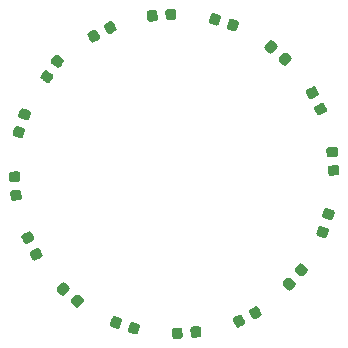
<source format=gbr>
G04 #@! TF.GenerationSoftware,KiCad,Pcbnew,(5.1.4)-1*
G04 #@! TF.CreationDate,2020-07-29T22:37:45-07:00*
G04 #@! TF.ProjectId,Kicad LED Rings_Circular_final_V2,4b696361-6420-44c4-9544-2052696e6773,rev?*
G04 #@! TF.SameCoordinates,Original*
G04 #@! TF.FileFunction,Paste,Bot*
G04 #@! TF.FilePolarity,Positive*
%FSLAX46Y46*%
G04 Gerber Fmt 4.6, Leading zero omitted, Abs format (unit mm)*
G04 Created by KiCad (PCBNEW (5.1.4)-1) date 2020-07-29 22:37:45*
%MOMM*%
%LPD*%
G04 APERTURE LIST*
%ADD10C,0.100000*%
%ADD11C,0.875000*%
G04 APERTURE END LIST*
D10*
G36*
X104646870Y-91967957D02*
G01*
X104668039Y-91971523D01*
X104688757Y-91977147D01*
X105104844Y-92112342D01*
X105124910Y-92119970D01*
X105144132Y-92129528D01*
X105162325Y-92140923D01*
X105179313Y-92154047D01*
X105194933Y-92168773D01*
X105209034Y-92184959D01*
X105221481Y-92202450D01*
X105232154Y-92221076D01*
X105240949Y-92240658D01*
X105247783Y-92261008D01*
X105252589Y-92281931D01*
X105255322Y-92303223D01*
X105255954Y-92324681D01*
X105254480Y-92346097D01*
X105250914Y-92367266D01*
X105245290Y-92387983D01*
X105086919Y-92875400D01*
X105079291Y-92895467D01*
X105069734Y-92914689D01*
X105058338Y-92932881D01*
X105045214Y-92949870D01*
X105030488Y-92965490D01*
X105014302Y-92979591D01*
X104996812Y-92992038D01*
X104978186Y-93002711D01*
X104958603Y-93011506D01*
X104938253Y-93018340D01*
X104917331Y-93023146D01*
X104896038Y-93025879D01*
X104874580Y-93026511D01*
X104853164Y-93025037D01*
X104831995Y-93021471D01*
X104811277Y-93015847D01*
X104395190Y-92880652D01*
X104375124Y-92873024D01*
X104355902Y-92863466D01*
X104337709Y-92852071D01*
X104320721Y-92838947D01*
X104305101Y-92824221D01*
X104291000Y-92808035D01*
X104278553Y-92790544D01*
X104267880Y-92771918D01*
X104259085Y-92752336D01*
X104252251Y-92731986D01*
X104247445Y-92711063D01*
X104244712Y-92689771D01*
X104244080Y-92668313D01*
X104245554Y-92646897D01*
X104249120Y-92625728D01*
X104254744Y-92605011D01*
X104413115Y-92117594D01*
X104420743Y-92097527D01*
X104430300Y-92078305D01*
X104441696Y-92060113D01*
X104454820Y-92043124D01*
X104469546Y-92027504D01*
X104485732Y-92013403D01*
X104503222Y-92000956D01*
X104521848Y-91990283D01*
X104541431Y-91981488D01*
X104561781Y-91974654D01*
X104582703Y-91969848D01*
X104603996Y-91967115D01*
X104625454Y-91966483D01*
X104646870Y-91967957D01*
X104646870Y-91967957D01*
G37*
D11*
X104750017Y-92496497D03*
D10*
G36*
X106144784Y-92454659D02*
G01*
X106165953Y-92458225D01*
X106186671Y-92463849D01*
X106602758Y-92599044D01*
X106622824Y-92606672D01*
X106642046Y-92616230D01*
X106660239Y-92627625D01*
X106677227Y-92640749D01*
X106692847Y-92655475D01*
X106706948Y-92671661D01*
X106719395Y-92689152D01*
X106730068Y-92707778D01*
X106738863Y-92727360D01*
X106745697Y-92747710D01*
X106750503Y-92768633D01*
X106753236Y-92789925D01*
X106753868Y-92811383D01*
X106752394Y-92832799D01*
X106748828Y-92853968D01*
X106743204Y-92874685D01*
X106584833Y-93362102D01*
X106577205Y-93382169D01*
X106567648Y-93401391D01*
X106556252Y-93419583D01*
X106543128Y-93436572D01*
X106528402Y-93452192D01*
X106512216Y-93466293D01*
X106494726Y-93478740D01*
X106476100Y-93489413D01*
X106456517Y-93498208D01*
X106436167Y-93505042D01*
X106415245Y-93509848D01*
X106393952Y-93512581D01*
X106372494Y-93513213D01*
X106351078Y-93511739D01*
X106329909Y-93508173D01*
X106309191Y-93502549D01*
X105893104Y-93367354D01*
X105873038Y-93359726D01*
X105853816Y-93350168D01*
X105835623Y-93338773D01*
X105818635Y-93325649D01*
X105803015Y-93310923D01*
X105788914Y-93294737D01*
X105776467Y-93277246D01*
X105765794Y-93258620D01*
X105756999Y-93239038D01*
X105750165Y-93218688D01*
X105745359Y-93197765D01*
X105742626Y-93176473D01*
X105741994Y-93155015D01*
X105743468Y-93133599D01*
X105747034Y-93112430D01*
X105752658Y-93091713D01*
X105911029Y-92604296D01*
X105918657Y-92584229D01*
X105928214Y-92565007D01*
X105939610Y-92546815D01*
X105952734Y-92529826D01*
X105967460Y-92514206D01*
X105983646Y-92500105D01*
X106001136Y-92487658D01*
X106019762Y-92476985D01*
X106039345Y-92468190D01*
X106059695Y-92461356D01*
X106080617Y-92456550D01*
X106101910Y-92453817D01*
X106123368Y-92453185D01*
X106144784Y-92454659D01*
X106144784Y-92454659D01*
G37*
D11*
X106247931Y-92983199D03*
D10*
G36*
X110149248Y-92925110D02*
G01*
X110170417Y-92928676D01*
X110191134Y-92934300D01*
X110211201Y-92941928D01*
X110230423Y-92951485D01*
X110248616Y-92962881D01*
X110265604Y-92976005D01*
X110281224Y-92990731D01*
X110295325Y-93006917D01*
X110307772Y-93024407D01*
X110318445Y-93043034D01*
X110327240Y-93062616D01*
X110334074Y-93082966D01*
X110338880Y-93103889D01*
X110341613Y-93125181D01*
X110381823Y-93636101D01*
X110382455Y-93657559D01*
X110380981Y-93678975D01*
X110377415Y-93700144D01*
X110371791Y-93720862D01*
X110364163Y-93740928D01*
X110354605Y-93760150D01*
X110343210Y-93778343D01*
X110330086Y-93795331D01*
X110315360Y-93810951D01*
X110299174Y-93825052D01*
X110281683Y-93837499D01*
X110263057Y-93848172D01*
X110243475Y-93856967D01*
X110223124Y-93863801D01*
X110202202Y-93868607D01*
X110180910Y-93871340D01*
X109744758Y-93905666D01*
X109723300Y-93906298D01*
X109701884Y-93904824D01*
X109680715Y-93901258D01*
X109659998Y-93895634D01*
X109639931Y-93888006D01*
X109620709Y-93878449D01*
X109602516Y-93867053D01*
X109585528Y-93853929D01*
X109569908Y-93839203D01*
X109555807Y-93823017D01*
X109543360Y-93805527D01*
X109532687Y-93786900D01*
X109523892Y-93767318D01*
X109517058Y-93746968D01*
X109512252Y-93726045D01*
X109509519Y-93704753D01*
X109469309Y-93193833D01*
X109468677Y-93172375D01*
X109470151Y-93150959D01*
X109473717Y-93129790D01*
X109479341Y-93109072D01*
X109486969Y-93089006D01*
X109496527Y-93069784D01*
X109507922Y-93051591D01*
X109521046Y-93034603D01*
X109535772Y-93018983D01*
X109551958Y-93004882D01*
X109569449Y-92992435D01*
X109588075Y-92981762D01*
X109607657Y-92972967D01*
X109628008Y-92966133D01*
X109648930Y-92961327D01*
X109670222Y-92958594D01*
X110106374Y-92924268D01*
X110127832Y-92923636D01*
X110149248Y-92925110D01*
X110149248Y-92925110D01*
G37*
D11*
X109925566Y-93414967D03*
D10*
G36*
X111719392Y-92801536D02*
G01*
X111740561Y-92805102D01*
X111761278Y-92810726D01*
X111781345Y-92818354D01*
X111800567Y-92827911D01*
X111818760Y-92839307D01*
X111835748Y-92852431D01*
X111851368Y-92867157D01*
X111865469Y-92883343D01*
X111877916Y-92900833D01*
X111888589Y-92919460D01*
X111897384Y-92939042D01*
X111904218Y-92959392D01*
X111909024Y-92980315D01*
X111911757Y-93001607D01*
X111951967Y-93512527D01*
X111952599Y-93533985D01*
X111951125Y-93555401D01*
X111947559Y-93576570D01*
X111941935Y-93597288D01*
X111934307Y-93617354D01*
X111924749Y-93636576D01*
X111913354Y-93654769D01*
X111900230Y-93671757D01*
X111885504Y-93687377D01*
X111869318Y-93701478D01*
X111851827Y-93713925D01*
X111833201Y-93724598D01*
X111813619Y-93733393D01*
X111793268Y-93740227D01*
X111772346Y-93745033D01*
X111751054Y-93747766D01*
X111314902Y-93782092D01*
X111293444Y-93782724D01*
X111272028Y-93781250D01*
X111250859Y-93777684D01*
X111230142Y-93772060D01*
X111210075Y-93764432D01*
X111190853Y-93754875D01*
X111172660Y-93743479D01*
X111155672Y-93730355D01*
X111140052Y-93715629D01*
X111125951Y-93699443D01*
X111113504Y-93681953D01*
X111102831Y-93663326D01*
X111094036Y-93643744D01*
X111087202Y-93623394D01*
X111082396Y-93602471D01*
X111079663Y-93581179D01*
X111039453Y-93070259D01*
X111038821Y-93048801D01*
X111040295Y-93027385D01*
X111043861Y-93006216D01*
X111049485Y-92985498D01*
X111057113Y-92965432D01*
X111066671Y-92946210D01*
X111078066Y-92928017D01*
X111091190Y-92911029D01*
X111105916Y-92895409D01*
X111122102Y-92881308D01*
X111139593Y-92868861D01*
X111158219Y-92858188D01*
X111177801Y-92849393D01*
X111198152Y-92842559D01*
X111219074Y-92837753D01*
X111240366Y-92835020D01*
X111676518Y-92800694D01*
X111697976Y-92800062D01*
X111719392Y-92801536D01*
X111719392Y-92801536D01*
G37*
D11*
X111495710Y-93291393D03*
D10*
G36*
X98132059Y-86195371D02*
G01*
X98153228Y-86198937D01*
X98173946Y-86204561D01*
X98194012Y-86212189D01*
X98213234Y-86221747D01*
X98231427Y-86233142D01*
X98248415Y-86246266D01*
X98264035Y-86260992D01*
X98278136Y-86277178D01*
X98290583Y-86294669D01*
X98301256Y-86313295D01*
X98499877Y-86703111D01*
X98508672Y-86722693D01*
X98515506Y-86743043D01*
X98520312Y-86763966D01*
X98523045Y-86785258D01*
X98523677Y-86806716D01*
X98522203Y-86828132D01*
X98518637Y-86849301D01*
X98513013Y-86870019D01*
X98505385Y-86890085D01*
X98495827Y-86909307D01*
X98484432Y-86927500D01*
X98471308Y-86944488D01*
X98456582Y-86960108D01*
X98440396Y-86974209D01*
X98422905Y-86986656D01*
X98404279Y-86997329D01*
X97947638Y-87229999D01*
X97928056Y-87238794D01*
X97907706Y-87245628D01*
X97886783Y-87250434D01*
X97865491Y-87253167D01*
X97844033Y-87253799D01*
X97822617Y-87252325D01*
X97801448Y-87248759D01*
X97780730Y-87243135D01*
X97760664Y-87235507D01*
X97741442Y-87225949D01*
X97723249Y-87214554D01*
X97706261Y-87201430D01*
X97690641Y-87186704D01*
X97676540Y-87170518D01*
X97664093Y-87153027D01*
X97653420Y-87134401D01*
X97454799Y-86744585D01*
X97446004Y-86725003D01*
X97439170Y-86704653D01*
X97434364Y-86683730D01*
X97431631Y-86662438D01*
X97430999Y-86640980D01*
X97432473Y-86619564D01*
X97436039Y-86598395D01*
X97441663Y-86577677D01*
X97449291Y-86557611D01*
X97458849Y-86538389D01*
X97470244Y-86520196D01*
X97483368Y-86503208D01*
X97498094Y-86487588D01*
X97514280Y-86473487D01*
X97531771Y-86461040D01*
X97550397Y-86450367D01*
X98007038Y-86217697D01*
X98026620Y-86208902D01*
X98046970Y-86202068D01*
X98067893Y-86197262D01*
X98089185Y-86194529D01*
X98110643Y-86193897D01*
X98132059Y-86195371D01*
X98132059Y-86195371D01*
G37*
D11*
X97977338Y-86723848D03*
D10*
G36*
X97417023Y-84792035D02*
G01*
X97438192Y-84795601D01*
X97458910Y-84801225D01*
X97478976Y-84808853D01*
X97498198Y-84818411D01*
X97516391Y-84829806D01*
X97533379Y-84842930D01*
X97548999Y-84857656D01*
X97563100Y-84873842D01*
X97575547Y-84891333D01*
X97586220Y-84909959D01*
X97784841Y-85299775D01*
X97793636Y-85319357D01*
X97800470Y-85339707D01*
X97805276Y-85360630D01*
X97808009Y-85381922D01*
X97808641Y-85403380D01*
X97807167Y-85424796D01*
X97803601Y-85445965D01*
X97797977Y-85466683D01*
X97790349Y-85486749D01*
X97780791Y-85505971D01*
X97769396Y-85524164D01*
X97756272Y-85541152D01*
X97741546Y-85556772D01*
X97725360Y-85570873D01*
X97707869Y-85583320D01*
X97689243Y-85593993D01*
X97232602Y-85826663D01*
X97213020Y-85835458D01*
X97192670Y-85842292D01*
X97171747Y-85847098D01*
X97150455Y-85849831D01*
X97128997Y-85850463D01*
X97107581Y-85848989D01*
X97086412Y-85845423D01*
X97065694Y-85839799D01*
X97045628Y-85832171D01*
X97026406Y-85822613D01*
X97008213Y-85811218D01*
X96991225Y-85798094D01*
X96975605Y-85783368D01*
X96961504Y-85767182D01*
X96949057Y-85749691D01*
X96938384Y-85731065D01*
X96739763Y-85341249D01*
X96730968Y-85321667D01*
X96724134Y-85301317D01*
X96719328Y-85280394D01*
X96716595Y-85259102D01*
X96715963Y-85237644D01*
X96717437Y-85216228D01*
X96721003Y-85195059D01*
X96726627Y-85174341D01*
X96734255Y-85154275D01*
X96743813Y-85135053D01*
X96755208Y-85116860D01*
X96768332Y-85099872D01*
X96783058Y-85084252D01*
X96799244Y-85070151D01*
X96816735Y-85057704D01*
X96835361Y-85047031D01*
X97292002Y-84814361D01*
X97311584Y-84805566D01*
X97331934Y-84798732D01*
X97352857Y-84793926D01*
X97374149Y-84791193D01*
X97395607Y-84790561D01*
X97417023Y-84792035D01*
X97417023Y-84792035D01*
G37*
D11*
X97262302Y-85320512D03*
D10*
G36*
X120382524Y-87499726D02*
G01*
X120403693Y-87503292D01*
X120424411Y-87508916D01*
X120444477Y-87516544D01*
X120463699Y-87526102D01*
X120481892Y-87537497D01*
X120498880Y-87550621D01*
X120888588Y-87883463D01*
X120904208Y-87898189D01*
X120918309Y-87914375D01*
X120930756Y-87931865D01*
X120941429Y-87950492D01*
X120950224Y-87970074D01*
X120957058Y-87990424D01*
X120961864Y-88011347D01*
X120964597Y-88032639D01*
X120965229Y-88054097D01*
X120963755Y-88075513D01*
X120960189Y-88096682D01*
X120954565Y-88117399D01*
X120946937Y-88137466D01*
X120937380Y-88156688D01*
X120925984Y-88174881D01*
X120912860Y-88191869D01*
X120628726Y-88524547D01*
X120614000Y-88540167D01*
X120597814Y-88554268D01*
X120580323Y-88566715D01*
X120561697Y-88577388D01*
X120542115Y-88586183D01*
X120521765Y-88593017D01*
X120500842Y-88597823D01*
X120479550Y-88600556D01*
X120458092Y-88601188D01*
X120436676Y-88599714D01*
X120415507Y-88596148D01*
X120394789Y-88590524D01*
X120374723Y-88582896D01*
X120355501Y-88573338D01*
X120337308Y-88561943D01*
X120320320Y-88548819D01*
X119930612Y-88215977D01*
X119914992Y-88201251D01*
X119900891Y-88185065D01*
X119888444Y-88167575D01*
X119877771Y-88148948D01*
X119868976Y-88129366D01*
X119862142Y-88109016D01*
X119857336Y-88088093D01*
X119854603Y-88066801D01*
X119853971Y-88045343D01*
X119855445Y-88023927D01*
X119859011Y-88002758D01*
X119864635Y-87982041D01*
X119872263Y-87961974D01*
X119881820Y-87942752D01*
X119893216Y-87924559D01*
X119906340Y-87907571D01*
X120190474Y-87574893D01*
X120205200Y-87559273D01*
X120221386Y-87545172D01*
X120238877Y-87532725D01*
X120257503Y-87522052D01*
X120277085Y-87513257D01*
X120297435Y-87506423D01*
X120318358Y-87501617D01*
X120339650Y-87498884D01*
X120361108Y-87498252D01*
X120382524Y-87499726D01*
X120382524Y-87499726D01*
G37*
D11*
X120409600Y-88049720D03*
D10*
G36*
X119359644Y-88697366D02*
G01*
X119380813Y-88700932D01*
X119401531Y-88706556D01*
X119421597Y-88714184D01*
X119440819Y-88723742D01*
X119459012Y-88735137D01*
X119476000Y-88748261D01*
X119865708Y-89081103D01*
X119881328Y-89095829D01*
X119895429Y-89112015D01*
X119907876Y-89129505D01*
X119918549Y-89148132D01*
X119927344Y-89167714D01*
X119934178Y-89188064D01*
X119938984Y-89208987D01*
X119941717Y-89230279D01*
X119942349Y-89251737D01*
X119940875Y-89273153D01*
X119937309Y-89294322D01*
X119931685Y-89315039D01*
X119924057Y-89335106D01*
X119914500Y-89354328D01*
X119903104Y-89372521D01*
X119889980Y-89389509D01*
X119605846Y-89722187D01*
X119591120Y-89737807D01*
X119574934Y-89751908D01*
X119557443Y-89764355D01*
X119538817Y-89775028D01*
X119519235Y-89783823D01*
X119498885Y-89790657D01*
X119477962Y-89795463D01*
X119456670Y-89798196D01*
X119435212Y-89798828D01*
X119413796Y-89797354D01*
X119392627Y-89793788D01*
X119371909Y-89788164D01*
X119351843Y-89780536D01*
X119332621Y-89770978D01*
X119314428Y-89759583D01*
X119297440Y-89746459D01*
X118907732Y-89413617D01*
X118892112Y-89398891D01*
X118878011Y-89382705D01*
X118865564Y-89365215D01*
X118854891Y-89346588D01*
X118846096Y-89327006D01*
X118839262Y-89306656D01*
X118834456Y-89285733D01*
X118831723Y-89264441D01*
X118831091Y-89242983D01*
X118832565Y-89221567D01*
X118836131Y-89200398D01*
X118841755Y-89179681D01*
X118849383Y-89159614D01*
X118858940Y-89140392D01*
X118870336Y-89122199D01*
X118883460Y-89105211D01*
X119167594Y-88772533D01*
X119182320Y-88756913D01*
X119198506Y-88742812D01*
X119215997Y-88730365D01*
X119234623Y-88719692D01*
X119254205Y-88710897D01*
X119274555Y-88704063D01*
X119295478Y-88699257D01*
X119316770Y-88696524D01*
X119338228Y-88695892D01*
X119359644Y-88697366D01*
X119359644Y-88697366D01*
G37*
D11*
X119386720Y-89247360D03*
D10*
G36*
X96423160Y-79703505D02*
G01*
X96444297Y-79707256D01*
X96464964Y-79713060D01*
X96484963Y-79720863D01*
X96504101Y-79730588D01*
X96522194Y-79742142D01*
X96539067Y-79755413D01*
X96554558Y-79770275D01*
X96568517Y-79786584D01*
X96580811Y-79804182D01*
X96591321Y-79822900D01*
X96599945Y-79842559D01*
X96606601Y-79862968D01*
X96611225Y-79883931D01*
X96613771Y-79905247D01*
X96644289Y-80341681D01*
X96644734Y-80363143D01*
X96643073Y-80384546D01*
X96639322Y-80405683D01*
X96633518Y-80426351D01*
X96625715Y-80446350D01*
X96615990Y-80465488D01*
X96604436Y-80483580D01*
X96591165Y-80500453D01*
X96576303Y-80515944D01*
X96559994Y-80529903D01*
X96542396Y-80542197D01*
X96523678Y-80552707D01*
X96504019Y-80561331D01*
X96483610Y-80567987D01*
X96462647Y-80572611D01*
X96441331Y-80575157D01*
X95930079Y-80610907D01*
X95908617Y-80611352D01*
X95887214Y-80609691D01*
X95866077Y-80605940D01*
X95845410Y-80600136D01*
X95825411Y-80592333D01*
X95806273Y-80582608D01*
X95788180Y-80571054D01*
X95771307Y-80557783D01*
X95755816Y-80542921D01*
X95741857Y-80526612D01*
X95729563Y-80509014D01*
X95719053Y-80490296D01*
X95710429Y-80470637D01*
X95703773Y-80450228D01*
X95699149Y-80429265D01*
X95696603Y-80407949D01*
X95666085Y-79971515D01*
X95665640Y-79950053D01*
X95667301Y-79928650D01*
X95671052Y-79907513D01*
X95676856Y-79886845D01*
X95684659Y-79866846D01*
X95694384Y-79847708D01*
X95705938Y-79829616D01*
X95719209Y-79812743D01*
X95734071Y-79797252D01*
X95750380Y-79783293D01*
X95767978Y-79770999D01*
X95786696Y-79760489D01*
X95806355Y-79751865D01*
X95826764Y-79745209D01*
X95847727Y-79740585D01*
X95869043Y-79738039D01*
X96380295Y-79702289D01*
X96401757Y-79701844D01*
X96423160Y-79703505D01*
X96423160Y-79703505D01*
G37*
D11*
X96155187Y-80156598D03*
D10*
G36*
X96533026Y-81274669D02*
G01*
X96554163Y-81278420D01*
X96574830Y-81284224D01*
X96594829Y-81292027D01*
X96613967Y-81301752D01*
X96632060Y-81313306D01*
X96648933Y-81326577D01*
X96664424Y-81341439D01*
X96678383Y-81357748D01*
X96690677Y-81375346D01*
X96701187Y-81394064D01*
X96709811Y-81413723D01*
X96716467Y-81434132D01*
X96721091Y-81455095D01*
X96723637Y-81476411D01*
X96754155Y-81912845D01*
X96754600Y-81934307D01*
X96752939Y-81955710D01*
X96749188Y-81976847D01*
X96743384Y-81997515D01*
X96735581Y-82017514D01*
X96725856Y-82036652D01*
X96714302Y-82054744D01*
X96701031Y-82071617D01*
X96686169Y-82087108D01*
X96669860Y-82101067D01*
X96652262Y-82113361D01*
X96633544Y-82123871D01*
X96613885Y-82132495D01*
X96593476Y-82139151D01*
X96572513Y-82143775D01*
X96551197Y-82146321D01*
X96039945Y-82182071D01*
X96018483Y-82182516D01*
X95997080Y-82180855D01*
X95975943Y-82177104D01*
X95955276Y-82171300D01*
X95935277Y-82163497D01*
X95916139Y-82153772D01*
X95898046Y-82142218D01*
X95881173Y-82128947D01*
X95865682Y-82114085D01*
X95851723Y-82097776D01*
X95839429Y-82080178D01*
X95828919Y-82061460D01*
X95820295Y-82041801D01*
X95813639Y-82021392D01*
X95809015Y-82000429D01*
X95806469Y-81979113D01*
X95775951Y-81542679D01*
X95775506Y-81521217D01*
X95777167Y-81499814D01*
X95780918Y-81478677D01*
X95786722Y-81458009D01*
X95794525Y-81438010D01*
X95804250Y-81418872D01*
X95815804Y-81400780D01*
X95829075Y-81383907D01*
X95843937Y-81368416D01*
X95860246Y-81354457D01*
X95877844Y-81342163D01*
X95896562Y-81331653D01*
X95916221Y-81323029D01*
X95936630Y-81316373D01*
X95957593Y-81311749D01*
X95978909Y-81309203D01*
X96490161Y-81273453D01*
X96511623Y-81273008D01*
X96533026Y-81274669D01*
X96533026Y-81274669D01*
G37*
D11*
X96265053Y-81727762D03*
D10*
G36*
X122079969Y-84310874D02*
G01*
X122101138Y-84314440D01*
X122121855Y-84320064D01*
X122609272Y-84478435D01*
X122629339Y-84486063D01*
X122648561Y-84495620D01*
X122666753Y-84507016D01*
X122683742Y-84520140D01*
X122699362Y-84534866D01*
X122713463Y-84551052D01*
X122725910Y-84568542D01*
X122736583Y-84587168D01*
X122745378Y-84606751D01*
X122752212Y-84627101D01*
X122757018Y-84648023D01*
X122759751Y-84669316D01*
X122760383Y-84690774D01*
X122758909Y-84712190D01*
X122755343Y-84733359D01*
X122749719Y-84754077D01*
X122614524Y-85170164D01*
X122606896Y-85190230D01*
X122597338Y-85209452D01*
X122585943Y-85227645D01*
X122572819Y-85244633D01*
X122558093Y-85260253D01*
X122541907Y-85274354D01*
X122524416Y-85286801D01*
X122505790Y-85297474D01*
X122486208Y-85306269D01*
X122465858Y-85313103D01*
X122444935Y-85317909D01*
X122423643Y-85320642D01*
X122402185Y-85321274D01*
X122380769Y-85319800D01*
X122359600Y-85316234D01*
X122338883Y-85310610D01*
X121851466Y-85152239D01*
X121831399Y-85144611D01*
X121812177Y-85135054D01*
X121793985Y-85123658D01*
X121776996Y-85110534D01*
X121761376Y-85095808D01*
X121747275Y-85079622D01*
X121734828Y-85062132D01*
X121724155Y-85043506D01*
X121715360Y-85023923D01*
X121708526Y-85003573D01*
X121703720Y-84982651D01*
X121700987Y-84961358D01*
X121700355Y-84939900D01*
X121701829Y-84918484D01*
X121705395Y-84897315D01*
X121711019Y-84876597D01*
X121846214Y-84460510D01*
X121853842Y-84440444D01*
X121863400Y-84421222D01*
X121874795Y-84403029D01*
X121887919Y-84386041D01*
X121902645Y-84370421D01*
X121918831Y-84356320D01*
X121936322Y-84343873D01*
X121954948Y-84333200D01*
X121974530Y-84324405D01*
X121994880Y-84317571D01*
X122015803Y-84312765D01*
X122037095Y-84310032D01*
X122058553Y-84309400D01*
X122079969Y-84310874D01*
X122079969Y-84310874D01*
G37*
D11*
X122230369Y-84815337D03*
D10*
G36*
X122566671Y-82812960D02*
G01*
X122587840Y-82816526D01*
X122608557Y-82822150D01*
X123095974Y-82980521D01*
X123116041Y-82988149D01*
X123135263Y-82997706D01*
X123153455Y-83009102D01*
X123170444Y-83022226D01*
X123186064Y-83036952D01*
X123200165Y-83053138D01*
X123212612Y-83070628D01*
X123223285Y-83089254D01*
X123232080Y-83108837D01*
X123238914Y-83129187D01*
X123243720Y-83150109D01*
X123246453Y-83171402D01*
X123247085Y-83192860D01*
X123245611Y-83214276D01*
X123242045Y-83235445D01*
X123236421Y-83256163D01*
X123101226Y-83672250D01*
X123093598Y-83692316D01*
X123084040Y-83711538D01*
X123072645Y-83729731D01*
X123059521Y-83746719D01*
X123044795Y-83762339D01*
X123028609Y-83776440D01*
X123011118Y-83788887D01*
X122992492Y-83799560D01*
X122972910Y-83808355D01*
X122952560Y-83815189D01*
X122931637Y-83819995D01*
X122910345Y-83822728D01*
X122888887Y-83823360D01*
X122867471Y-83821886D01*
X122846302Y-83818320D01*
X122825585Y-83812696D01*
X122338168Y-83654325D01*
X122318101Y-83646697D01*
X122298879Y-83637140D01*
X122280687Y-83625744D01*
X122263698Y-83612620D01*
X122248078Y-83597894D01*
X122233977Y-83581708D01*
X122221530Y-83564218D01*
X122210857Y-83545592D01*
X122202062Y-83526009D01*
X122195228Y-83505659D01*
X122190422Y-83484737D01*
X122187689Y-83463444D01*
X122187057Y-83441986D01*
X122188531Y-83420570D01*
X122192097Y-83399401D01*
X122197721Y-83378683D01*
X122332916Y-82962596D01*
X122340544Y-82942530D01*
X122350102Y-82923308D01*
X122361497Y-82905115D01*
X122374621Y-82888127D01*
X122389347Y-82872507D01*
X122405533Y-82858406D01*
X122423024Y-82845959D01*
X122441650Y-82835286D01*
X122461232Y-82826491D01*
X122481582Y-82819657D01*
X122502505Y-82814851D01*
X122523797Y-82812118D01*
X122545255Y-82811486D01*
X122566671Y-82812960D01*
X122566671Y-82812960D01*
G37*
D11*
X122717071Y-83317423D03*
D10*
G36*
X98816458Y-71148573D02*
G01*
X98837690Y-71151742D01*
X98858509Y-71156976D01*
X98878715Y-71164225D01*
X98898113Y-71173421D01*
X98916517Y-71184473D01*
X99342396Y-71469575D01*
X99359627Y-71482378D01*
X99375521Y-71496809D01*
X99389923Y-71512727D01*
X99402696Y-71529981D01*
X99413716Y-71548404D01*
X99422878Y-71567818D01*
X99430092Y-71588036D01*
X99435290Y-71608865D01*
X99438421Y-71630102D01*
X99439456Y-71651544D01*
X99438384Y-71672985D01*
X99435215Y-71694217D01*
X99429981Y-71715036D01*
X99422731Y-71735242D01*
X99413536Y-71754640D01*
X99402484Y-71773042D01*
X99159105Y-72136598D01*
X99146302Y-72153830D01*
X99131872Y-72169723D01*
X99115953Y-72184126D01*
X99098699Y-72196899D01*
X99080277Y-72207919D01*
X99060863Y-72217081D01*
X99040644Y-72224295D01*
X99019816Y-72229493D01*
X98998578Y-72232624D01*
X98977136Y-72233659D01*
X98955696Y-72232587D01*
X98934464Y-72229418D01*
X98913645Y-72224184D01*
X98893439Y-72216935D01*
X98874041Y-72207739D01*
X98855637Y-72196687D01*
X98429758Y-71911585D01*
X98412527Y-71898782D01*
X98396633Y-71884351D01*
X98382231Y-71868433D01*
X98369458Y-71851179D01*
X98358438Y-71832756D01*
X98349276Y-71813342D01*
X98342062Y-71793124D01*
X98336864Y-71772295D01*
X98333733Y-71751058D01*
X98332698Y-71729616D01*
X98333770Y-71708175D01*
X98336939Y-71686943D01*
X98342173Y-71666124D01*
X98349423Y-71645918D01*
X98358618Y-71626520D01*
X98369670Y-71608118D01*
X98613049Y-71244562D01*
X98625852Y-71227330D01*
X98640282Y-71211437D01*
X98656201Y-71197034D01*
X98673455Y-71184261D01*
X98691877Y-71173241D01*
X98711291Y-71164079D01*
X98731510Y-71156865D01*
X98752338Y-71151667D01*
X98773576Y-71148536D01*
X98795018Y-71147501D01*
X98816458Y-71148573D01*
X98816458Y-71148573D01*
G37*
D11*
X98886077Y-71690580D03*
D10*
G36*
X99692624Y-69839773D02*
G01*
X99713856Y-69842942D01*
X99734675Y-69848176D01*
X99754881Y-69855425D01*
X99774279Y-69864621D01*
X99792683Y-69875673D01*
X100218562Y-70160775D01*
X100235793Y-70173578D01*
X100251687Y-70188009D01*
X100266089Y-70203927D01*
X100278862Y-70221181D01*
X100289882Y-70239604D01*
X100299044Y-70259018D01*
X100306258Y-70279236D01*
X100311456Y-70300065D01*
X100314587Y-70321302D01*
X100315622Y-70342744D01*
X100314550Y-70364185D01*
X100311381Y-70385417D01*
X100306147Y-70406236D01*
X100298897Y-70426442D01*
X100289702Y-70445840D01*
X100278650Y-70464242D01*
X100035271Y-70827798D01*
X100022468Y-70845030D01*
X100008038Y-70860923D01*
X99992119Y-70875326D01*
X99974865Y-70888099D01*
X99956443Y-70899119D01*
X99937029Y-70908281D01*
X99916810Y-70915495D01*
X99895982Y-70920693D01*
X99874744Y-70923824D01*
X99853302Y-70924859D01*
X99831862Y-70923787D01*
X99810630Y-70920618D01*
X99789811Y-70915384D01*
X99769605Y-70908135D01*
X99750207Y-70898939D01*
X99731803Y-70887887D01*
X99305924Y-70602785D01*
X99288693Y-70589982D01*
X99272799Y-70575551D01*
X99258397Y-70559633D01*
X99245624Y-70542379D01*
X99234604Y-70523956D01*
X99225442Y-70504542D01*
X99218228Y-70484324D01*
X99213030Y-70463495D01*
X99209899Y-70442258D01*
X99208864Y-70420816D01*
X99209936Y-70399375D01*
X99213105Y-70378143D01*
X99218339Y-70357324D01*
X99225589Y-70337118D01*
X99234784Y-70317720D01*
X99245836Y-70299318D01*
X99489215Y-69935762D01*
X99502018Y-69918530D01*
X99516448Y-69902637D01*
X99532367Y-69888234D01*
X99549621Y-69875461D01*
X99568043Y-69864441D01*
X99587457Y-69855279D01*
X99607676Y-69848065D01*
X99628504Y-69842867D01*
X99649742Y-69839736D01*
X99671184Y-69838701D01*
X99692624Y-69839773D01*
X99692624Y-69839773D01*
G37*
D11*
X99762243Y-70381780D03*
D10*
G36*
X121501363Y-72508439D02*
G01*
X121522532Y-72512005D01*
X121543250Y-72517629D01*
X121563316Y-72525257D01*
X121582538Y-72534815D01*
X121600731Y-72546210D01*
X121617719Y-72559334D01*
X121633339Y-72574060D01*
X121647440Y-72590246D01*
X121659887Y-72607737D01*
X121670560Y-72626363D01*
X121869181Y-73016179D01*
X121877976Y-73035761D01*
X121884810Y-73056111D01*
X121889616Y-73077034D01*
X121892349Y-73098326D01*
X121892981Y-73119784D01*
X121891507Y-73141200D01*
X121887941Y-73162369D01*
X121882317Y-73183087D01*
X121874689Y-73203153D01*
X121865131Y-73222375D01*
X121853736Y-73240568D01*
X121840612Y-73257556D01*
X121825886Y-73273176D01*
X121809700Y-73287277D01*
X121792209Y-73299724D01*
X121773583Y-73310397D01*
X121316942Y-73543067D01*
X121297360Y-73551862D01*
X121277010Y-73558696D01*
X121256087Y-73563502D01*
X121234795Y-73566235D01*
X121213337Y-73566867D01*
X121191921Y-73565393D01*
X121170752Y-73561827D01*
X121150034Y-73556203D01*
X121129968Y-73548575D01*
X121110746Y-73539017D01*
X121092553Y-73527622D01*
X121075565Y-73514498D01*
X121059945Y-73499772D01*
X121045844Y-73483586D01*
X121033397Y-73466095D01*
X121022724Y-73447469D01*
X120824103Y-73057653D01*
X120815308Y-73038071D01*
X120808474Y-73017721D01*
X120803668Y-72996798D01*
X120800935Y-72975506D01*
X120800303Y-72954048D01*
X120801777Y-72932632D01*
X120805343Y-72911463D01*
X120810967Y-72890745D01*
X120818595Y-72870679D01*
X120828153Y-72851457D01*
X120839548Y-72833264D01*
X120852672Y-72816276D01*
X120867398Y-72800656D01*
X120883584Y-72786555D01*
X120901075Y-72774108D01*
X120919701Y-72763435D01*
X121376342Y-72530765D01*
X121395924Y-72521970D01*
X121416274Y-72515136D01*
X121437197Y-72510330D01*
X121458489Y-72507597D01*
X121479947Y-72506965D01*
X121501363Y-72508439D01*
X121501363Y-72508439D01*
G37*
D11*
X121346642Y-73036916D03*
D10*
G36*
X122216399Y-73911775D02*
G01*
X122237568Y-73915341D01*
X122258286Y-73920965D01*
X122278352Y-73928593D01*
X122297574Y-73938151D01*
X122315767Y-73949546D01*
X122332755Y-73962670D01*
X122348375Y-73977396D01*
X122362476Y-73993582D01*
X122374923Y-74011073D01*
X122385596Y-74029699D01*
X122584217Y-74419515D01*
X122593012Y-74439097D01*
X122599846Y-74459447D01*
X122604652Y-74480370D01*
X122607385Y-74501662D01*
X122608017Y-74523120D01*
X122606543Y-74544536D01*
X122602977Y-74565705D01*
X122597353Y-74586423D01*
X122589725Y-74606489D01*
X122580167Y-74625711D01*
X122568772Y-74643904D01*
X122555648Y-74660892D01*
X122540922Y-74676512D01*
X122524736Y-74690613D01*
X122507245Y-74703060D01*
X122488619Y-74713733D01*
X122031978Y-74946403D01*
X122012396Y-74955198D01*
X121992046Y-74962032D01*
X121971123Y-74966838D01*
X121949831Y-74969571D01*
X121928373Y-74970203D01*
X121906957Y-74968729D01*
X121885788Y-74965163D01*
X121865070Y-74959539D01*
X121845004Y-74951911D01*
X121825782Y-74942353D01*
X121807589Y-74930958D01*
X121790601Y-74917834D01*
X121774981Y-74903108D01*
X121760880Y-74886922D01*
X121748433Y-74869431D01*
X121737760Y-74850805D01*
X121539139Y-74460989D01*
X121530344Y-74441407D01*
X121523510Y-74421057D01*
X121518704Y-74400134D01*
X121515971Y-74378842D01*
X121515339Y-74357384D01*
X121516813Y-74335968D01*
X121520379Y-74314799D01*
X121526003Y-74294081D01*
X121533631Y-74274015D01*
X121543189Y-74254793D01*
X121554584Y-74236600D01*
X121567708Y-74219612D01*
X121582434Y-74203992D01*
X121598620Y-74189891D01*
X121616111Y-74177444D01*
X121634737Y-74166771D01*
X122091378Y-73934101D01*
X122110960Y-73925306D01*
X122131310Y-73918472D01*
X122152233Y-73913666D01*
X122173525Y-73910933D01*
X122194983Y-73910301D01*
X122216399Y-73911775D01*
X122216399Y-73911775D01*
G37*
D11*
X122061678Y-74440252D03*
D10*
G36*
X104354288Y-66989337D02*
G01*
X104375457Y-66992903D01*
X104396175Y-66998527D01*
X104416241Y-67006155D01*
X104435463Y-67015713D01*
X104453656Y-67027108D01*
X104470644Y-67040232D01*
X104486264Y-67054958D01*
X104500365Y-67071144D01*
X104512812Y-67088635D01*
X104523485Y-67107261D01*
X104756155Y-67563902D01*
X104764950Y-67583484D01*
X104771784Y-67603834D01*
X104776590Y-67624757D01*
X104779323Y-67646049D01*
X104779955Y-67667507D01*
X104778481Y-67688923D01*
X104774915Y-67710092D01*
X104769291Y-67730810D01*
X104761663Y-67750876D01*
X104752105Y-67770098D01*
X104740710Y-67788291D01*
X104727586Y-67805279D01*
X104712860Y-67820899D01*
X104696674Y-67835000D01*
X104679183Y-67847447D01*
X104660557Y-67858120D01*
X104270741Y-68056741D01*
X104251159Y-68065536D01*
X104230809Y-68072370D01*
X104209886Y-68077176D01*
X104188594Y-68079909D01*
X104167136Y-68080541D01*
X104145720Y-68079067D01*
X104124551Y-68075501D01*
X104103833Y-68069877D01*
X104083767Y-68062249D01*
X104064545Y-68052691D01*
X104046352Y-68041296D01*
X104029364Y-68028172D01*
X104013744Y-68013446D01*
X103999643Y-67997260D01*
X103987196Y-67979769D01*
X103976523Y-67961143D01*
X103743853Y-67504502D01*
X103735058Y-67484920D01*
X103728224Y-67464570D01*
X103723418Y-67443647D01*
X103720685Y-67422355D01*
X103720053Y-67400897D01*
X103721527Y-67379481D01*
X103725093Y-67358312D01*
X103730717Y-67337594D01*
X103738345Y-67317528D01*
X103747903Y-67298306D01*
X103759298Y-67280113D01*
X103772422Y-67263125D01*
X103787148Y-67247505D01*
X103803334Y-67233404D01*
X103820825Y-67220957D01*
X103839451Y-67210284D01*
X104229267Y-67011663D01*
X104248849Y-67002868D01*
X104269199Y-66996034D01*
X104290122Y-66991228D01*
X104311414Y-66988495D01*
X104332872Y-66987863D01*
X104354288Y-66989337D01*
X104354288Y-66989337D01*
G37*
D11*
X104250004Y-67534202D03*
D10*
G36*
X102950952Y-67704373D02*
G01*
X102972121Y-67707939D01*
X102992839Y-67713563D01*
X103012905Y-67721191D01*
X103032127Y-67730749D01*
X103050320Y-67742144D01*
X103067308Y-67755268D01*
X103082928Y-67769994D01*
X103097029Y-67786180D01*
X103109476Y-67803671D01*
X103120149Y-67822297D01*
X103352819Y-68278938D01*
X103361614Y-68298520D01*
X103368448Y-68318870D01*
X103373254Y-68339793D01*
X103375987Y-68361085D01*
X103376619Y-68382543D01*
X103375145Y-68403959D01*
X103371579Y-68425128D01*
X103365955Y-68445846D01*
X103358327Y-68465912D01*
X103348769Y-68485134D01*
X103337374Y-68503327D01*
X103324250Y-68520315D01*
X103309524Y-68535935D01*
X103293338Y-68550036D01*
X103275847Y-68562483D01*
X103257221Y-68573156D01*
X102867405Y-68771777D01*
X102847823Y-68780572D01*
X102827473Y-68787406D01*
X102806550Y-68792212D01*
X102785258Y-68794945D01*
X102763800Y-68795577D01*
X102742384Y-68794103D01*
X102721215Y-68790537D01*
X102700497Y-68784913D01*
X102680431Y-68777285D01*
X102661209Y-68767727D01*
X102643016Y-68756332D01*
X102626028Y-68743208D01*
X102610408Y-68728482D01*
X102596307Y-68712296D01*
X102583860Y-68694805D01*
X102573187Y-68676179D01*
X102340517Y-68219538D01*
X102331722Y-68199956D01*
X102324888Y-68179606D01*
X102320082Y-68158683D01*
X102317349Y-68137391D01*
X102316717Y-68115933D01*
X102318191Y-68094517D01*
X102321757Y-68073348D01*
X102327381Y-68052630D01*
X102335009Y-68032564D01*
X102344567Y-68013342D01*
X102355962Y-67995149D01*
X102369086Y-67978161D01*
X102383812Y-67962541D01*
X102399998Y-67948440D01*
X102417489Y-67935993D01*
X102436115Y-67925320D01*
X102825931Y-67726699D01*
X102845513Y-67717904D01*
X102865863Y-67711070D01*
X102886786Y-67706264D01*
X102908078Y-67703531D01*
X102929536Y-67702899D01*
X102950952Y-67704373D01*
X102950952Y-67704373D01*
G37*
D11*
X102846668Y-68249238D03*
D10*
G36*
X119080053Y-69639645D02*
G01*
X119101222Y-69643211D01*
X119121939Y-69648835D01*
X119142006Y-69656463D01*
X119161228Y-69666020D01*
X119179421Y-69677416D01*
X119196409Y-69690540D01*
X119529087Y-69974674D01*
X119544707Y-69989400D01*
X119558808Y-70005586D01*
X119571255Y-70023077D01*
X119581928Y-70041703D01*
X119590723Y-70061285D01*
X119597557Y-70081635D01*
X119602363Y-70102558D01*
X119605096Y-70123850D01*
X119605728Y-70145308D01*
X119604254Y-70166724D01*
X119600688Y-70187893D01*
X119595064Y-70208611D01*
X119587436Y-70228677D01*
X119577878Y-70247899D01*
X119566483Y-70266092D01*
X119553359Y-70283080D01*
X119220517Y-70672788D01*
X119205791Y-70688408D01*
X119189605Y-70702509D01*
X119172115Y-70714956D01*
X119153488Y-70725629D01*
X119133906Y-70734424D01*
X119113556Y-70741258D01*
X119092633Y-70746064D01*
X119071341Y-70748797D01*
X119049883Y-70749429D01*
X119028467Y-70747955D01*
X119007298Y-70744389D01*
X118986581Y-70738765D01*
X118966514Y-70731137D01*
X118947292Y-70721580D01*
X118929099Y-70710184D01*
X118912111Y-70697060D01*
X118579433Y-70412926D01*
X118563813Y-70398200D01*
X118549712Y-70382014D01*
X118537265Y-70364523D01*
X118526592Y-70345897D01*
X118517797Y-70326315D01*
X118510963Y-70305965D01*
X118506157Y-70285042D01*
X118503424Y-70263750D01*
X118502792Y-70242292D01*
X118504266Y-70220876D01*
X118507832Y-70199707D01*
X118513456Y-70178989D01*
X118521084Y-70158923D01*
X118530642Y-70139701D01*
X118542037Y-70121508D01*
X118555161Y-70104520D01*
X118888003Y-69714812D01*
X118902729Y-69699192D01*
X118918915Y-69685091D01*
X118936405Y-69672644D01*
X118955032Y-69661971D01*
X118974614Y-69653176D01*
X118994964Y-69646342D01*
X119015887Y-69641536D01*
X119037179Y-69638803D01*
X119058637Y-69638171D01*
X119080053Y-69639645D01*
X119080053Y-69639645D01*
G37*
D11*
X119054260Y-70193800D03*
D10*
G36*
X117882413Y-68616765D02*
G01*
X117903582Y-68620331D01*
X117924299Y-68625955D01*
X117944366Y-68633583D01*
X117963588Y-68643140D01*
X117981781Y-68654536D01*
X117998769Y-68667660D01*
X118331447Y-68951794D01*
X118347067Y-68966520D01*
X118361168Y-68982706D01*
X118373615Y-69000197D01*
X118384288Y-69018823D01*
X118393083Y-69038405D01*
X118399917Y-69058755D01*
X118404723Y-69079678D01*
X118407456Y-69100970D01*
X118408088Y-69122428D01*
X118406614Y-69143844D01*
X118403048Y-69165013D01*
X118397424Y-69185731D01*
X118389796Y-69205797D01*
X118380238Y-69225019D01*
X118368843Y-69243212D01*
X118355719Y-69260200D01*
X118022877Y-69649908D01*
X118008151Y-69665528D01*
X117991965Y-69679629D01*
X117974475Y-69692076D01*
X117955848Y-69702749D01*
X117936266Y-69711544D01*
X117915916Y-69718378D01*
X117894993Y-69723184D01*
X117873701Y-69725917D01*
X117852243Y-69726549D01*
X117830827Y-69725075D01*
X117809658Y-69721509D01*
X117788941Y-69715885D01*
X117768874Y-69708257D01*
X117749652Y-69698700D01*
X117731459Y-69687304D01*
X117714471Y-69674180D01*
X117381793Y-69390046D01*
X117366173Y-69375320D01*
X117352072Y-69359134D01*
X117339625Y-69341643D01*
X117328952Y-69323017D01*
X117320157Y-69303435D01*
X117313323Y-69283085D01*
X117308517Y-69262162D01*
X117305784Y-69240870D01*
X117305152Y-69219412D01*
X117306626Y-69197996D01*
X117310192Y-69176827D01*
X117315816Y-69156109D01*
X117323444Y-69136043D01*
X117333002Y-69116821D01*
X117344397Y-69098628D01*
X117357521Y-69081640D01*
X117690363Y-68691932D01*
X117705089Y-68676312D01*
X117721275Y-68662211D01*
X117738765Y-68649764D01*
X117757392Y-68639091D01*
X117776974Y-68630296D01*
X117797324Y-68623462D01*
X117818247Y-68618656D01*
X117839539Y-68615923D01*
X117860997Y-68615291D01*
X117882413Y-68616765D01*
X117882413Y-68616765D01*
G37*
D11*
X117856620Y-69170920D03*
D10*
G36*
X100285293Y-89109485D02*
G01*
X100306462Y-89113051D01*
X100327179Y-89118675D01*
X100347246Y-89126303D01*
X100366468Y-89135860D01*
X100384661Y-89147256D01*
X100401649Y-89160380D01*
X100734327Y-89444514D01*
X100749947Y-89459240D01*
X100764048Y-89475426D01*
X100776495Y-89492917D01*
X100787168Y-89511543D01*
X100795963Y-89531125D01*
X100802797Y-89551475D01*
X100807603Y-89572398D01*
X100810336Y-89593690D01*
X100810968Y-89615148D01*
X100809494Y-89636564D01*
X100805928Y-89657733D01*
X100800304Y-89678451D01*
X100792676Y-89698517D01*
X100783118Y-89717739D01*
X100771723Y-89735932D01*
X100758599Y-89752920D01*
X100425757Y-90142628D01*
X100411031Y-90158248D01*
X100394845Y-90172349D01*
X100377355Y-90184796D01*
X100358728Y-90195469D01*
X100339146Y-90204264D01*
X100318796Y-90211098D01*
X100297873Y-90215904D01*
X100276581Y-90218637D01*
X100255123Y-90219269D01*
X100233707Y-90217795D01*
X100212538Y-90214229D01*
X100191821Y-90208605D01*
X100171754Y-90200977D01*
X100152532Y-90191420D01*
X100134339Y-90180024D01*
X100117351Y-90166900D01*
X99784673Y-89882766D01*
X99769053Y-89868040D01*
X99754952Y-89851854D01*
X99742505Y-89834363D01*
X99731832Y-89815737D01*
X99723037Y-89796155D01*
X99716203Y-89775805D01*
X99711397Y-89754882D01*
X99708664Y-89733590D01*
X99708032Y-89712132D01*
X99709506Y-89690716D01*
X99713072Y-89669547D01*
X99718696Y-89648829D01*
X99726324Y-89628763D01*
X99735882Y-89609541D01*
X99747277Y-89591348D01*
X99760401Y-89574360D01*
X100093243Y-89184652D01*
X100107969Y-89169032D01*
X100124155Y-89154931D01*
X100141645Y-89142484D01*
X100160272Y-89131811D01*
X100179854Y-89123016D01*
X100200204Y-89116182D01*
X100221127Y-89111376D01*
X100242419Y-89108643D01*
X100263877Y-89108011D01*
X100285293Y-89109485D01*
X100285293Y-89109485D01*
G37*
D11*
X100259500Y-89663640D03*
D10*
G36*
X101482933Y-90132365D02*
G01*
X101504102Y-90135931D01*
X101524819Y-90141555D01*
X101544886Y-90149183D01*
X101564108Y-90158740D01*
X101582301Y-90170136D01*
X101599289Y-90183260D01*
X101931967Y-90467394D01*
X101947587Y-90482120D01*
X101961688Y-90498306D01*
X101974135Y-90515797D01*
X101984808Y-90534423D01*
X101993603Y-90554005D01*
X102000437Y-90574355D01*
X102005243Y-90595278D01*
X102007976Y-90616570D01*
X102008608Y-90638028D01*
X102007134Y-90659444D01*
X102003568Y-90680613D01*
X101997944Y-90701331D01*
X101990316Y-90721397D01*
X101980758Y-90740619D01*
X101969363Y-90758812D01*
X101956239Y-90775800D01*
X101623397Y-91165508D01*
X101608671Y-91181128D01*
X101592485Y-91195229D01*
X101574995Y-91207676D01*
X101556368Y-91218349D01*
X101536786Y-91227144D01*
X101516436Y-91233978D01*
X101495513Y-91238784D01*
X101474221Y-91241517D01*
X101452763Y-91242149D01*
X101431347Y-91240675D01*
X101410178Y-91237109D01*
X101389461Y-91231485D01*
X101369394Y-91223857D01*
X101350172Y-91214300D01*
X101331979Y-91202904D01*
X101314991Y-91189780D01*
X100982313Y-90905646D01*
X100966693Y-90890920D01*
X100952592Y-90874734D01*
X100940145Y-90857243D01*
X100929472Y-90838617D01*
X100920677Y-90819035D01*
X100913843Y-90798685D01*
X100909037Y-90777762D01*
X100906304Y-90756470D01*
X100905672Y-90735012D01*
X100907146Y-90713596D01*
X100910712Y-90692427D01*
X100916336Y-90671709D01*
X100923964Y-90651643D01*
X100933522Y-90632421D01*
X100944917Y-90614228D01*
X100958041Y-90597240D01*
X101290883Y-90207532D01*
X101305609Y-90191912D01*
X101321795Y-90177811D01*
X101339285Y-90165364D01*
X101357912Y-90154691D01*
X101377494Y-90145896D01*
X101397844Y-90139062D01*
X101418767Y-90134256D01*
X101440059Y-90131523D01*
X101461517Y-90130891D01*
X101482933Y-90132365D01*
X101482933Y-90132365D01*
G37*
D11*
X101457140Y-90686520D03*
D10*
G36*
X115236776Y-91839393D02*
G01*
X115257945Y-91842959D01*
X115278663Y-91848583D01*
X115298729Y-91856211D01*
X115317951Y-91865769D01*
X115336144Y-91877164D01*
X115353132Y-91890288D01*
X115368752Y-91905014D01*
X115382853Y-91921200D01*
X115395300Y-91938691D01*
X115405973Y-91957317D01*
X115638643Y-92413958D01*
X115647438Y-92433540D01*
X115654272Y-92453890D01*
X115659078Y-92474813D01*
X115661811Y-92496105D01*
X115662443Y-92517563D01*
X115660969Y-92538979D01*
X115657403Y-92560148D01*
X115651779Y-92580866D01*
X115644151Y-92600932D01*
X115634593Y-92620154D01*
X115623198Y-92638347D01*
X115610074Y-92655335D01*
X115595348Y-92670955D01*
X115579162Y-92685056D01*
X115561671Y-92697503D01*
X115543045Y-92708176D01*
X115153229Y-92906797D01*
X115133647Y-92915592D01*
X115113297Y-92922426D01*
X115092374Y-92927232D01*
X115071082Y-92929965D01*
X115049624Y-92930597D01*
X115028208Y-92929123D01*
X115007039Y-92925557D01*
X114986321Y-92919933D01*
X114966255Y-92912305D01*
X114947033Y-92902747D01*
X114928840Y-92891352D01*
X114911852Y-92878228D01*
X114896232Y-92863502D01*
X114882131Y-92847316D01*
X114869684Y-92829825D01*
X114859011Y-92811199D01*
X114626341Y-92354558D01*
X114617546Y-92334976D01*
X114610712Y-92314626D01*
X114605906Y-92293703D01*
X114603173Y-92272411D01*
X114602541Y-92250953D01*
X114604015Y-92229537D01*
X114607581Y-92208368D01*
X114613205Y-92187650D01*
X114620833Y-92167584D01*
X114630391Y-92148362D01*
X114641786Y-92130169D01*
X114654910Y-92113181D01*
X114669636Y-92097561D01*
X114685822Y-92083460D01*
X114703313Y-92071013D01*
X114721939Y-92060340D01*
X115111755Y-91861719D01*
X115131337Y-91852924D01*
X115151687Y-91846090D01*
X115172610Y-91841284D01*
X115193902Y-91838551D01*
X115215360Y-91837919D01*
X115236776Y-91839393D01*
X115236776Y-91839393D01*
G37*
D11*
X115132492Y-92384258D03*
D10*
G36*
X116640112Y-91124357D02*
G01*
X116661281Y-91127923D01*
X116681999Y-91133547D01*
X116702065Y-91141175D01*
X116721287Y-91150733D01*
X116739480Y-91162128D01*
X116756468Y-91175252D01*
X116772088Y-91189978D01*
X116786189Y-91206164D01*
X116798636Y-91223655D01*
X116809309Y-91242281D01*
X117041979Y-91698922D01*
X117050774Y-91718504D01*
X117057608Y-91738854D01*
X117062414Y-91759777D01*
X117065147Y-91781069D01*
X117065779Y-91802527D01*
X117064305Y-91823943D01*
X117060739Y-91845112D01*
X117055115Y-91865830D01*
X117047487Y-91885896D01*
X117037929Y-91905118D01*
X117026534Y-91923311D01*
X117013410Y-91940299D01*
X116998684Y-91955919D01*
X116982498Y-91970020D01*
X116965007Y-91982467D01*
X116946381Y-91993140D01*
X116556565Y-92191761D01*
X116536983Y-92200556D01*
X116516633Y-92207390D01*
X116495710Y-92212196D01*
X116474418Y-92214929D01*
X116452960Y-92215561D01*
X116431544Y-92214087D01*
X116410375Y-92210521D01*
X116389657Y-92204897D01*
X116369591Y-92197269D01*
X116350369Y-92187711D01*
X116332176Y-92176316D01*
X116315188Y-92163192D01*
X116299568Y-92148466D01*
X116285467Y-92132280D01*
X116273020Y-92114789D01*
X116262347Y-92096163D01*
X116029677Y-91639522D01*
X116020882Y-91619940D01*
X116014048Y-91599590D01*
X116009242Y-91578667D01*
X116006509Y-91557375D01*
X116005877Y-91535917D01*
X116007351Y-91514501D01*
X116010917Y-91493332D01*
X116016541Y-91472614D01*
X116024169Y-91452548D01*
X116033727Y-91433326D01*
X116045122Y-91415133D01*
X116058246Y-91398145D01*
X116072972Y-91382525D01*
X116089158Y-91368424D01*
X116106649Y-91355977D01*
X116125275Y-91345304D01*
X116515091Y-91146683D01*
X116534673Y-91137888D01*
X116555023Y-91131054D01*
X116575946Y-91126248D01*
X116597238Y-91123515D01*
X116618696Y-91122883D01*
X116640112Y-91124357D01*
X116640112Y-91124357D01*
G37*
D11*
X116535828Y-91669222D03*
D10*
G36*
X96357389Y-75878074D02*
G01*
X96378558Y-75881640D01*
X96399275Y-75887264D01*
X96886692Y-76045635D01*
X96906759Y-76053263D01*
X96925981Y-76062820D01*
X96944173Y-76074216D01*
X96961162Y-76087340D01*
X96976782Y-76102066D01*
X96990883Y-76118252D01*
X97003330Y-76135742D01*
X97014003Y-76154368D01*
X97022798Y-76173951D01*
X97029632Y-76194301D01*
X97034438Y-76215223D01*
X97037171Y-76236516D01*
X97037803Y-76257974D01*
X97036329Y-76279390D01*
X97032763Y-76300559D01*
X97027139Y-76321277D01*
X96891944Y-76737364D01*
X96884316Y-76757430D01*
X96874758Y-76776652D01*
X96863363Y-76794845D01*
X96850239Y-76811833D01*
X96835513Y-76827453D01*
X96819327Y-76841554D01*
X96801836Y-76854001D01*
X96783210Y-76864674D01*
X96763628Y-76873469D01*
X96743278Y-76880303D01*
X96722355Y-76885109D01*
X96701063Y-76887842D01*
X96679605Y-76888474D01*
X96658189Y-76887000D01*
X96637020Y-76883434D01*
X96616303Y-76877810D01*
X96128886Y-76719439D01*
X96108819Y-76711811D01*
X96089597Y-76702254D01*
X96071405Y-76690858D01*
X96054416Y-76677734D01*
X96038796Y-76663008D01*
X96024695Y-76646822D01*
X96012248Y-76629332D01*
X96001575Y-76610706D01*
X95992780Y-76591123D01*
X95985946Y-76570773D01*
X95981140Y-76549851D01*
X95978407Y-76528558D01*
X95977775Y-76507100D01*
X95979249Y-76485684D01*
X95982815Y-76464515D01*
X95988439Y-76443797D01*
X96123634Y-76027710D01*
X96131262Y-76007644D01*
X96140820Y-75988422D01*
X96152215Y-75970229D01*
X96165339Y-75953241D01*
X96180065Y-75937621D01*
X96196251Y-75923520D01*
X96213742Y-75911073D01*
X96232368Y-75900400D01*
X96251950Y-75891605D01*
X96272300Y-75884771D01*
X96293223Y-75879965D01*
X96314515Y-75877232D01*
X96335973Y-75876600D01*
X96357389Y-75878074D01*
X96357389Y-75878074D01*
G37*
D11*
X96507789Y-76382537D03*
D10*
G36*
X96844091Y-74380160D02*
G01*
X96865260Y-74383726D01*
X96885977Y-74389350D01*
X97373394Y-74547721D01*
X97393461Y-74555349D01*
X97412683Y-74564906D01*
X97430875Y-74576302D01*
X97447864Y-74589426D01*
X97463484Y-74604152D01*
X97477585Y-74620338D01*
X97490032Y-74637828D01*
X97500705Y-74656454D01*
X97509500Y-74676037D01*
X97516334Y-74696387D01*
X97521140Y-74717309D01*
X97523873Y-74738602D01*
X97524505Y-74760060D01*
X97523031Y-74781476D01*
X97519465Y-74802645D01*
X97513841Y-74823363D01*
X97378646Y-75239450D01*
X97371018Y-75259516D01*
X97361460Y-75278738D01*
X97350065Y-75296931D01*
X97336941Y-75313919D01*
X97322215Y-75329539D01*
X97306029Y-75343640D01*
X97288538Y-75356087D01*
X97269912Y-75366760D01*
X97250330Y-75375555D01*
X97229980Y-75382389D01*
X97209057Y-75387195D01*
X97187765Y-75389928D01*
X97166307Y-75390560D01*
X97144891Y-75389086D01*
X97123722Y-75385520D01*
X97103005Y-75379896D01*
X96615588Y-75221525D01*
X96595521Y-75213897D01*
X96576299Y-75204340D01*
X96558107Y-75192944D01*
X96541118Y-75179820D01*
X96525498Y-75165094D01*
X96511397Y-75148908D01*
X96498950Y-75131418D01*
X96488277Y-75112792D01*
X96479482Y-75093209D01*
X96472648Y-75072859D01*
X96467842Y-75051937D01*
X96465109Y-75030644D01*
X96464477Y-75009186D01*
X96465951Y-74987770D01*
X96469517Y-74966601D01*
X96475141Y-74945883D01*
X96610336Y-74529796D01*
X96617964Y-74509730D01*
X96627522Y-74490508D01*
X96638917Y-74472315D01*
X96652041Y-74455327D01*
X96666767Y-74439707D01*
X96682953Y-74425606D01*
X96700444Y-74413159D01*
X96719070Y-74402486D01*
X96738652Y-74393691D01*
X96759002Y-74386857D01*
X96779925Y-74382051D01*
X96801217Y-74379318D01*
X96822675Y-74378686D01*
X96844091Y-74380160D01*
X96844091Y-74380160D01*
G37*
D11*
X96994491Y-74884623D03*
D10*
G36*
X123303321Y-77603653D02*
G01*
X123324490Y-77607219D01*
X123345208Y-77612843D01*
X123365274Y-77620471D01*
X123384496Y-77630029D01*
X123402689Y-77641424D01*
X123419677Y-77654548D01*
X123435297Y-77669274D01*
X123449398Y-77685460D01*
X123461845Y-77702951D01*
X123472518Y-77721577D01*
X123481313Y-77741159D01*
X123488147Y-77761510D01*
X123492953Y-77782432D01*
X123495686Y-77803724D01*
X123530012Y-78239876D01*
X123530644Y-78261334D01*
X123529170Y-78282750D01*
X123525604Y-78303919D01*
X123519980Y-78324636D01*
X123512352Y-78344703D01*
X123502795Y-78363925D01*
X123491399Y-78382118D01*
X123478275Y-78399106D01*
X123463549Y-78414726D01*
X123447363Y-78428827D01*
X123429873Y-78441274D01*
X123411246Y-78451947D01*
X123391664Y-78460742D01*
X123371314Y-78467576D01*
X123350391Y-78472382D01*
X123329099Y-78475115D01*
X122818179Y-78515325D01*
X122796721Y-78515957D01*
X122775305Y-78514483D01*
X122754136Y-78510917D01*
X122733418Y-78505293D01*
X122713352Y-78497665D01*
X122694130Y-78488107D01*
X122675937Y-78476712D01*
X122658949Y-78463588D01*
X122643329Y-78448862D01*
X122629228Y-78432676D01*
X122616781Y-78415185D01*
X122606108Y-78396559D01*
X122597313Y-78376977D01*
X122590479Y-78356626D01*
X122585673Y-78335704D01*
X122582940Y-78314412D01*
X122548614Y-77878260D01*
X122547982Y-77856802D01*
X122549456Y-77835386D01*
X122553022Y-77814217D01*
X122558646Y-77793500D01*
X122566274Y-77773433D01*
X122575831Y-77754211D01*
X122587227Y-77736018D01*
X122600351Y-77719030D01*
X122615077Y-77703410D01*
X122631263Y-77689309D01*
X122648753Y-77676862D01*
X122667380Y-77666189D01*
X122686962Y-77657394D01*
X122707312Y-77650560D01*
X122728235Y-77645754D01*
X122749527Y-77643021D01*
X123260447Y-77602811D01*
X123281905Y-77602179D01*
X123303321Y-77603653D01*
X123303321Y-77603653D01*
G37*
D11*
X123039313Y-78059068D03*
D10*
G36*
X123426895Y-79173797D02*
G01*
X123448064Y-79177363D01*
X123468782Y-79182987D01*
X123488848Y-79190615D01*
X123508070Y-79200173D01*
X123526263Y-79211568D01*
X123543251Y-79224692D01*
X123558871Y-79239418D01*
X123572972Y-79255604D01*
X123585419Y-79273095D01*
X123596092Y-79291721D01*
X123604887Y-79311303D01*
X123611721Y-79331654D01*
X123616527Y-79352576D01*
X123619260Y-79373868D01*
X123653586Y-79810020D01*
X123654218Y-79831478D01*
X123652744Y-79852894D01*
X123649178Y-79874063D01*
X123643554Y-79894780D01*
X123635926Y-79914847D01*
X123626369Y-79934069D01*
X123614973Y-79952262D01*
X123601849Y-79969250D01*
X123587123Y-79984870D01*
X123570937Y-79998971D01*
X123553447Y-80011418D01*
X123534820Y-80022091D01*
X123515238Y-80030886D01*
X123494888Y-80037720D01*
X123473965Y-80042526D01*
X123452673Y-80045259D01*
X122941753Y-80085469D01*
X122920295Y-80086101D01*
X122898879Y-80084627D01*
X122877710Y-80081061D01*
X122856992Y-80075437D01*
X122836926Y-80067809D01*
X122817704Y-80058251D01*
X122799511Y-80046856D01*
X122782523Y-80033732D01*
X122766903Y-80019006D01*
X122752802Y-80002820D01*
X122740355Y-79985329D01*
X122729682Y-79966703D01*
X122720887Y-79947121D01*
X122714053Y-79926770D01*
X122709247Y-79905848D01*
X122706514Y-79884556D01*
X122672188Y-79448404D01*
X122671556Y-79426946D01*
X122673030Y-79405530D01*
X122676596Y-79384361D01*
X122682220Y-79363644D01*
X122689848Y-79343577D01*
X122699405Y-79324355D01*
X122710801Y-79306162D01*
X122723925Y-79289174D01*
X122738651Y-79273554D01*
X122754837Y-79259453D01*
X122772327Y-79247006D01*
X122790954Y-79236333D01*
X122810536Y-79227538D01*
X122830886Y-79220704D01*
X122851809Y-79215898D01*
X122873101Y-79213165D01*
X123384021Y-79172955D01*
X123405479Y-79172323D01*
X123426895Y-79173797D01*
X123426895Y-79173797D01*
G37*
D11*
X123162887Y-79629212D03*
D10*
G36*
X109598834Y-65922696D02*
G01*
X109620003Y-65926262D01*
X109640720Y-65931886D01*
X109660787Y-65939514D01*
X109680009Y-65949071D01*
X109698202Y-65960467D01*
X109715190Y-65973591D01*
X109730810Y-65988317D01*
X109744911Y-66004503D01*
X109757358Y-66021993D01*
X109768031Y-66040620D01*
X109776826Y-66060202D01*
X109783660Y-66080552D01*
X109788466Y-66101475D01*
X109791199Y-66122767D01*
X109831409Y-66633687D01*
X109832041Y-66655145D01*
X109830567Y-66676561D01*
X109827001Y-66697730D01*
X109821377Y-66718448D01*
X109813749Y-66738514D01*
X109804191Y-66757736D01*
X109792796Y-66775929D01*
X109779672Y-66792917D01*
X109764946Y-66808537D01*
X109748760Y-66822638D01*
X109731269Y-66835085D01*
X109712643Y-66845758D01*
X109693061Y-66854553D01*
X109672710Y-66861387D01*
X109651788Y-66866193D01*
X109630496Y-66868926D01*
X109194344Y-66903252D01*
X109172886Y-66903884D01*
X109151470Y-66902410D01*
X109130301Y-66898844D01*
X109109584Y-66893220D01*
X109089517Y-66885592D01*
X109070295Y-66876035D01*
X109052102Y-66864639D01*
X109035114Y-66851515D01*
X109019494Y-66836789D01*
X109005393Y-66820603D01*
X108992946Y-66803113D01*
X108982273Y-66784486D01*
X108973478Y-66764904D01*
X108966644Y-66744554D01*
X108961838Y-66723631D01*
X108959105Y-66702339D01*
X108918895Y-66191419D01*
X108918263Y-66169961D01*
X108919737Y-66148545D01*
X108923303Y-66127376D01*
X108928927Y-66106658D01*
X108936555Y-66086592D01*
X108946113Y-66067370D01*
X108957508Y-66049177D01*
X108970632Y-66032189D01*
X108985358Y-66016569D01*
X109001544Y-66002468D01*
X109019035Y-65990021D01*
X109037661Y-65979348D01*
X109057243Y-65970553D01*
X109077594Y-65963719D01*
X109098516Y-65958913D01*
X109119808Y-65956180D01*
X109555960Y-65921854D01*
X109577418Y-65921222D01*
X109598834Y-65922696D01*
X109598834Y-65922696D01*
G37*
D11*
X109375152Y-66412553D03*
D10*
G36*
X108028690Y-66046270D02*
G01*
X108049859Y-66049836D01*
X108070576Y-66055460D01*
X108090643Y-66063088D01*
X108109865Y-66072645D01*
X108128058Y-66084041D01*
X108145046Y-66097165D01*
X108160666Y-66111891D01*
X108174767Y-66128077D01*
X108187214Y-66145567D01*
X108197887Y-66164194D01*
X108206682Y-66183776D01*
X108213516Y-66204126D01*
X108218322Y-66225049D01*
X108221055Y-66246341D01*
X108261265Y-66757261D01*
X108261897Y-66778719D01*
X108260423Y-66800135D01*
X108256857Y-66821304D01*
X108251233Y-66842022D01*
X108243605Y-66862088D01*
X108234047Y-66881310D01*
X108222652Y-66899503D01*
X108209528Y-66916491D01*
X108194802Y-66932111D01*
X108178616Y-66946212D01*
X108161125Y-66958659D01*
X108142499Y-66969332D01*
X108122917Y-66978127D01*
X108102566Y-66984961D01*
X108081644Y-66989767D01*
X108060352Y-66992500D01*
X107624200Y-67026826D01*
X107602742Y-67027458D01*
X107581326Y-67025984D01*
X107560157Y-67022418D01*
X107539440Y-67016794D01*
X107519373Y-67009166D01*
X107500151Y-66999609D01*
X107481958Y-66988213D01*
X107464970Y-66975089D01*
X107449350Y-66960363D01*
X107435249Y-66944177D01*
X107422802Y-66926687D01*
X107412129Y-66908060D01*
X107403334Y-66888478D01*
X107396500Y-66868128D01*
X107391694Y-66847205D01*
X107388961Y-66825913D01*
X107348751Y-66314993D01*
X107348119Y-66293535D01*
X107349593Y-66272119D01*
X107353159Y-66250950D01*
X107358783Y-66230232D01*
X107366411Y-66210166D01*
X107375969Y-66190944D01*
X107387364Y-66172751D01*
X107400488Y-66155763D01*
X107415214Y-66140143D01*
X107431400Y-66126042D01*
X107448891Y-66113595D01*
X107467517Y-66102922D01*
X107487099Y-66094127D01*
X107507450Y-66087293D01*
X107528372Y-66082487D01*
X107549664Y-66079754D01*
X107985816Y-66045428D01*
X108007274Y-66044796D01*
X108028690Y-66046270D01*
X108028690Y-66046270D01*
G37*
D11*
X107805008Y-66536127D03*
D10*
G36*
X114519090Y-66786051D02*
G01*
X114540259Y-66789617D01*
X114560977Y-66795241D01*
X114977064Y-66930436D01*
X114997130Y-66938064D01*
X115016352Y-66947622D01*
X115034545Y-66959017D01*
X115051533Y-66972141D01*
X115067153Y-66986867D01*
X115081254Y-67003053D01*
X115093701Y-67020544D01*
X115104374Y-67039170D01*
X115113169Y-67058752D01*
X115120003Y-67079102D01*
X115124809Y-67100025D01*
X115127542Y-67121317D01*
X115128174Y-67142775D01*
X115126700Y-67164191D01*
X115123134Y-67185360D01*
X115117510Y-67206077D01*
X114959139Y-67693494D01*
X114951511Y-67713561D01*
X114941954Y-67732783D01*
X114930558Y-67750975D01*
X114917434Y-67767964D01*
X114902708Y-67783584D01*
X114886522Y-67797685D01*
X114869032Y-67810132D01*
X114850406Y-67820805D01*
X114830823Y-67829600D01*
X114810473Y-67836434D01*
X114789551Y-67841240D01*
X114768258Y-67843973D01*
X114746800Y-67844605D01*
X114725384Y-67843131D01*
X114704215Y-67839565D01*
X114683497Y-67833941D01*
X114267410Y-67698746D01*
X114247344Y-67691118D01*
X114228122Y-67681560D01*
X114209929Y-67670165D01*
X114192941Y-67657041D01*
X114177321Y-67642315D01*
X114163220Y-67626129D01*
X114150773Y-67608638D01*
X114140100Y-67590012D01*
X114131305Y-67570430D01*
X114124471Y-67550080D01*
X114119665Y-67529157D01*
X114116932Y-67507865D01*
X114116300Y-67486407D01*
X114117774Y-67464991D01*
X114121340Y-67443822D01*
X114126964Y-67423105D01*
X114285335Y-66935688D01*
X114292963Y-66915621D01*
X114302520Y-66896399D01*
X114313916Y-66878207D01*
X114327040Y-66861218D01*
X114341766Y-66845598D01*
X114357952Y-66831497D01*
X114375442Y-66819050D01*
X114394068Y-66808377D01*
X114413651Y-66799582D01*
X114434001Y-66792748D01*
X114454923Y-66787942D01*
X114476216Y-66785209D01*
X114497674Y-66784577D01*
X114519090Y-66786051D01*
X114519090Y-66786051D01*
G37*
D11*
X114622237Y-67314591D03*
D10*
G36*
X113021176Y-66299349D02*
G01*
X113042345Y-66302915D01*
X113063063Y-66308539D01*
X113479150Y-66443734D01*
X113499216Y-66451362D01*
X113518438Y-66460920D01*
X113536631Y-66472315D01*
X113553619Y-66485439D01*
X113569239Y-66500165D01*
X113583340Y-66516351D01*
X113595787Y-66533842D01*
X113606460Y-66552468D01*
X113615255Y-66572050D01*
X113622089Y-66592400D01*
X113626895Y-66613323D01*
X113629628Y-66634615D01*
X113630260Y-66656073D01*
X113628786Y-66677489D01*
X113625220Y-66698658D01*
X113619596Y-66719375D01*
X113461225Y-67206792D01*
X113453597Y-67226859D01*
X113444040Y-67246081D01*
X113432644Y-67264273D01*
X113419520Y-67281262D01*
X113404794Y-67296882D01*
X113388608Y-67310983D01*
X113371118Y-67323430D01*
X113352492Y-67334103D01*
X113332909Y-67342898D01*
X113312559Y-67349732D01*
X113291637Y-67354538D01*
X113270344Y-67357271D01*
X113248886Y-67357903D01*
X113227470Y-67356429D01*
X113206301Y-67352863D01*
X113185583Y-67347239D01*
X112769496Y-67212044D01*
X112749430Y-67204416D01*
X112730208Y-67194858D01*
X112712015Y-67183463D01*
X112695027Y-67170339D01*
X112679407Y-67155613D01*
X112665306Y-67139427D01*
X112652859Y-67121936D01*
X112642186Y-67103310D01*
X112633391Y-67083728D01*
X112626557Y-67063378D01*
X112621751Y-67042455D01*
X112619018Y-67021163D01*
X112618386Y-66999705D01*
X112619860Y-66978289D01*
X112623426Y-66957120D01*
X112629050Y-66936403D01*
X112787421Y-66448986D01*
X112795049Y-66428919D01*
X112804606Y-66409697D01*
X112816002Y-66391505D01*
X112829126Y-66374516D01*
X112843852Y-66358896D01*
X112860038Y-66344795D01*
X112877528Y-66332348D01*
X112896154Y-66321675D01*
X112915737Y-66312880D01*
X112936087Y-66306046D01*
X112957009Y-66301240D01*
X112978302Y-66298507D01*
X112999760Y-66297875D01*
X113021176Y-66299349D01*
X113021176Y-66299349D01*
G37*
D11*
X113124323Y-66827889D03*
M02*

</source>
